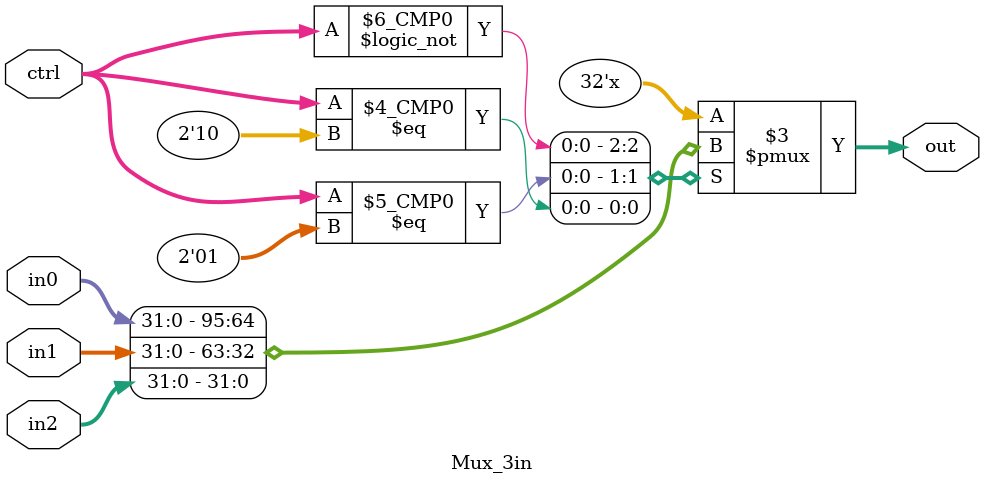
<source format=sv>
module Mux_3in
#(parameter size=32)(
	//input
	input [1:0]ctrl,
	input [size-1:0]in0,
	input [size-1:0]in1,
	input [size-1:0]in2,
	//output 
	output logic [size-1:0]out
);

always_comb begin
	case (ctrl)
		2'b00:out=in0;
		2'b01:out=in1;
		2'b10:out=in2;
		2'b11:out=32'dx;
	endcase
end
endmodule

</source>
